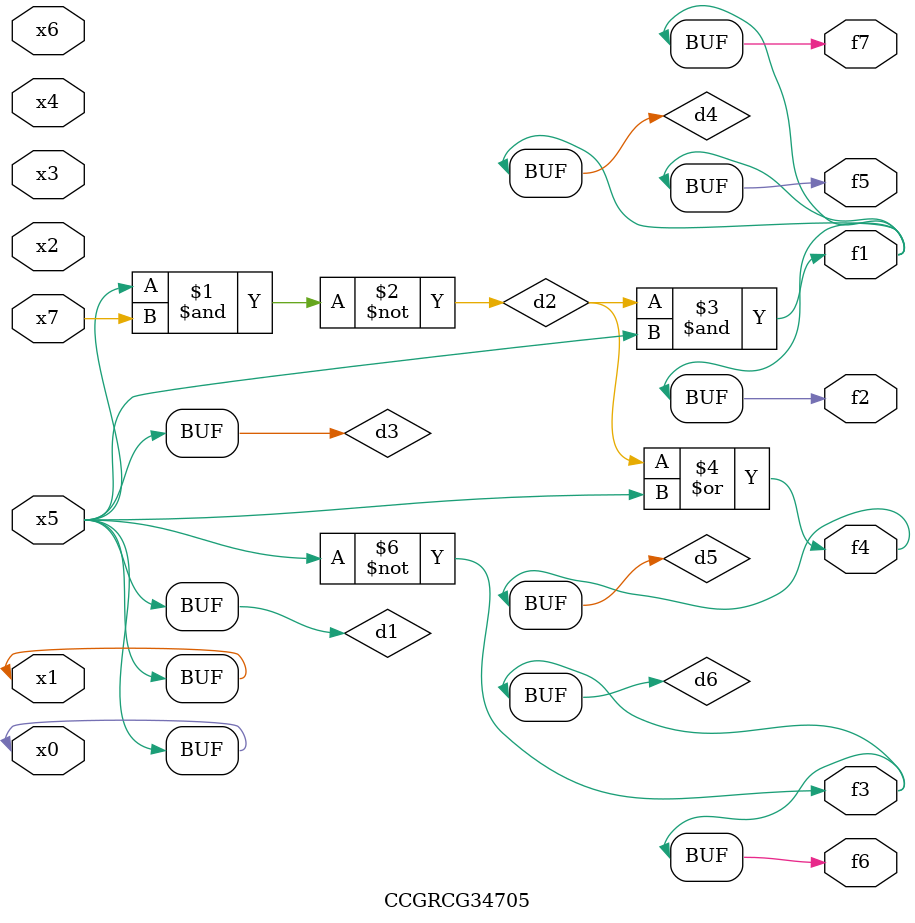
<source format=v>
module CCGRCG34705(
	input x0, x1, x2, x3, x4, x5, x6, x7,
	output f1, f2, f3, f4, f5, f6, f7
);

	wire d1, d2, d3, d4, d5, d6;

	buf (d1, x0, x5);
	nand (d2, x5, x7);
	buf (d3, x0, x1);
	and (d4, d2, d3);
	or (d5, d2, d3);
	nor (d6, d1, d3);
	assign f1 = d4;
	assign f2 = d4;
	assign f3 = d6;
	assign f4 = d5;
	assign f5 = d4;
	assign f6 = d6;
	assign f7 = d4;
endmodule

</source>
